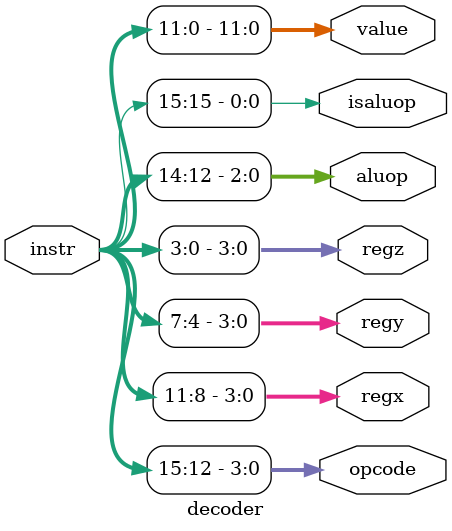
<source format=sv>
`timescale 1ns / 1ps


module decoder(
    input [15:0]instr,
    output [3:0]opcode,
    output [3:0]regx,
    output [3:0]regy,
    output [3:0]regz,
    output [2:0]aluop,
    output isaluop,
    output [11:0]value
    );
    
    assign {opcode, value} = instr;
    assign {regx, regy, regz} = value;
    assign {isaluop, aluop} = opcode;
endmodule

</source>
